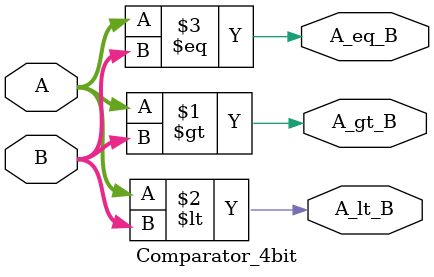
<source format=v>
module Comparator_4bit (
    input [3:0] A,
    input [3:0] B,
    output A_gt_B,
    output A_lt_B,
    output A_eq_B
);

// Using logic expressions
assign A_gt_B = (A > B);
assign A_lt_B = (A < B);
assign A_eq_B = (A == B);

endmodule


</source>
